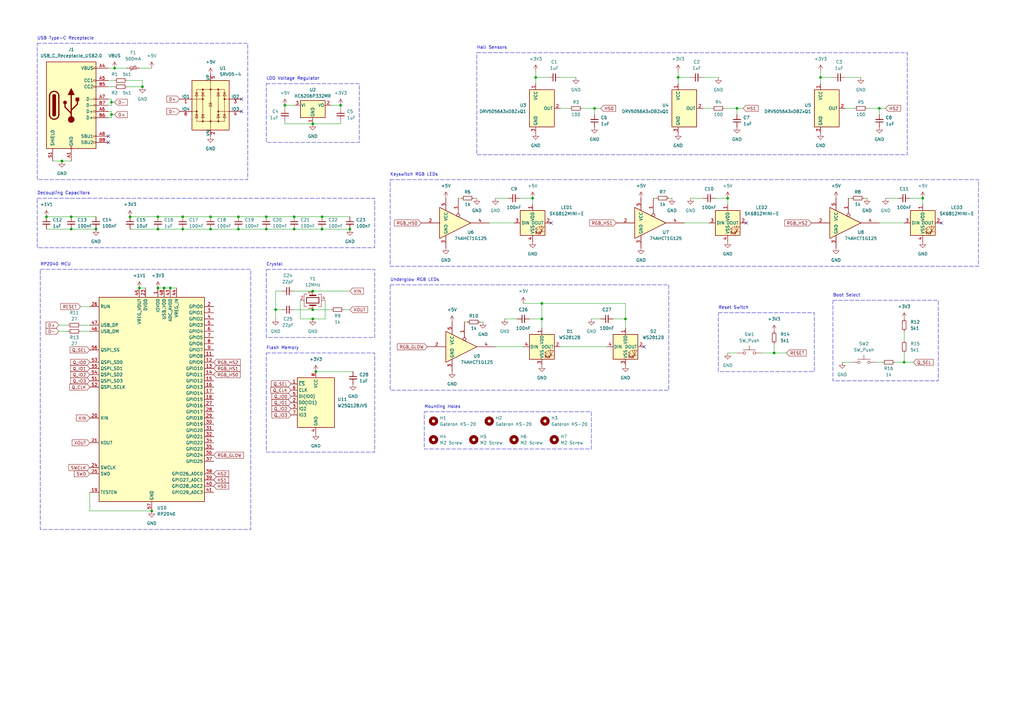
<source format=kicad_sch>
(kicad_sch (version 20230121) (generator eeschema)
  (paper "A3")
  (title_block (title "Haruka (Analog PCB ver.)") (rev "1"))
  (junction (at 129.54 152.4))
  (junction (at 25.4 66.04))
  (junction (at 222.25 130.81))
  (junction (at 120.65 93.98))
  (junction (at 278.13 31.75))
  (junction (at 19.05 88.9))
  (junction (at 57.15 118.11))
  (junction (at 317.5 144.78))
  (junction (at 132.08 88.9))
  (junction (at 53.34 88.9))
  (junction (at 222.25 124.46))
  (junction (at 132.08 93.98))
  (junction (at 128.27 130.81))
  (junction (at 256.54 130.81))
  (junction (at 74.93 88.9))
  (junction (at 113.03 127))
  (junction (at 29.21 93.98))
  (junction (at 69.85 118.11))
  (junction (at 378.46 81.28))
  (junction (at 302.26 44.45))
  (junction (at 128.27 119.38))
  (junction (at 116.84 43.18))
  (junction (at 128.27 50.8))
  (junction (at 46.99 27.94))
  (junction (at 97.79 93.98))
  (junction (at 64.77 93.98))
  (junction (at 336.55 31.75))
  (junction (at 45.72 46.99))
  (junction (at 39.37 93.98))
  (junction (at 29.21 88.9))
  (junction (at 218.44 81.28))
  (junction (at 143.51 93.98))
  (junction (at 109.22 93.98))
  (junction (at 219.71 31.75))
  (junction (at 139.7 43.18))
  (junction (at 109.22 88.9))
  (junction (at 128.27 127))
  (junction (at 120.65 88.9))
  (junction (at 360.68 44.45))
  (junction (at 86.36 88.9))
  (junction (at 64.77 88.9))
  (junction (at 58.42 35.56))
  (junction (at 64.77 118.11))
  (junction (at 45.72 41.91))
  (junction (at 74.93 93.98))
  (junction (at 67.31 118.11))
  (junction (at 370.84 148.59))
  (junction (at 86.36 93.98))
  (junction (at 243.84 44.45))
  (junction (at 97.79 88.9))
  (junction (at 62.23 209.55))
  (junction (at 298.45 81.28))
  (no_connect (at 99.06 40.64))
  (no_connect (at 226.06 91.44))
  (no_connect (at 44.45 58.42))
  (no_connect (at 386.08 91.44))
  (no_connect (at 44.45 55.88))
  (no_connect (at 99.06 45.72))
  (no_connect (at 264.16 142.24))
  (no_connect (at 306.07 91.44))
  (wire (pts (xy 109.22 93.98) (xy 120.65 93.98)))
  (wire (pts (xy 207.01 130.81) (xy 212.09 130.81)))
  (wire (pts (xy 123.19 130.81) (xy 128.27 130.81)))
  (wire (pts (xy 229.87 142.24) (xy 248.92 142.24)))
  (wire (pts (xy 116.84 49.53) (xy 116.84 50.8)))
  (wire (pts (xy 46.99 27.94) (xy 44.45 27.94)))
  (wire (pts (xy 222.25 130.81) (xy 222.25 134.62)))
  (wire (pts (xy 74.93 88.9) (xy 86.36 88.9)))
  (wire (pts (xy 203.2 142.24) (xy 214.63 142.24)))
  (wire (pts (xy 229.87 31.75) (xy 236.22 31.75)))
  (wire (pts (xy 354.33 81.28) (xy 355.6 81.28)))
  (wire (pts (xy 317.5 144.78) (xy 322.58 144.78)))
  (wire (pts (xy 139.7 49.53) (xy 139.7 50.8)))
  (wire (pts (xy 132.08 88.9) (xy 143.51 88.9)))
  (wire (pts (xy 222.25 124.46) (xy 222.25 130.81)))
  (wire (pts (xy 213.36 81.28) (xy 218.44 81.28)))
  (wire (pts (xy 288.29 31.75) (xy 294.64 31.75)))
  (wire (pts (xy 200.66 91.44) (xy 210.82 91.44)))
  (wire (pts (xy 109.22 88.9) (xy 120.65 88.9)))
  (wire (pts (xy 46.99 33.02) (xy 44.45 33.02)))
  (wire (pts (xy 139.7 43.18) (xy 139.7 44.45)))
  (wire (pts (xy 128.27 119.38) (xy 143.51 119.38)))
  (wire (pts (xy 256.54 130.81) (xy 256.54 134.62)))
  (wire (pts (xy 222.25 124.46) (xy 256.54 124.46)))
  (wire (pts (xy 44.45 43.18) (xy 45.72 43.18)))
  (wire (pts (xy 346.71 44.45) (xy 350.52 44.45)))
  (wire (pts (xy 378.46 81.28) (xy 378.46 83.82)))
  (wire (pts (xy 355.6 44.45) (xy 360.68 44.45)))
  (wire (pts (xy 360.68 91.44) (xy 370.84 91.44)))
  (wire (pts (xy 288.29 44.45) (xy 292.1 44.45)))
  (wire (pts (xy 53.34 93.98) (xy 64.77 93.98)))
  (wire (pts (xy 45.72 43.18) (xy 45.72 41.91)))
  (wire (pts (xy 274.32 81.28) (xy 275.59 81.28)))
  (wire (pts (xy 57.15 27.94) (xy 62.23 27.94)))
  (wire (pts (xy 29.21 88.9) (xy 39.37 88.9)))
  (wire (pts (xy 278.13 31.75) (xy 278.13 34.29)))
  (wire (pts (xy 203.2 81.28) (xy 208.28 81.28)))
  (wire (pts (xy 370.84 144.78) (xy 370.84 148.59)))
  (wire (pts (xy 67.31 118.11) (xy 69.85 118.11)))
  (wire (pts (xy 360.68 44.45) (xy 363.22 44.45)))
  (wire (pts (xy 283.21 81.28) (xy 288.29 81.28)))
  (wire (pts (xy 256.54 124.46) (xy 256.54 130.81)))
  (wire (pts (xy 345.44 148.59) (xy 349.25 148.59)))
  (wire (pts (xy 218.44 81.28) (xy 218.44 83.82)))
  (wire (pts (xy 363.22 81.28) (xy 368.3 81.28)))
  (wire (pts (xy 135.89 43.18) (xy 139.7 43.18)))
  (wire (pts (xy 36.83 209.55) (xy 62.23 209.55)))
  (wire (pts (xy 86.36 93.98) (xy 97.79 93.98)))
  (wire (pts (xy 297.18 44.45) (xy 302.26 44.45)))
  (wire (pts (xy 69.85 118.11) (xy 72.39 118.11)))
  (wire (pts (xy 44.45 40.64) (xy 45.72 40.64)))
  (wire (pts (xy 24.13 133.35) (xy 27.94 133.35)))
  (wire (pts (xy 33.02 135.89) (xy 36.83 135.89)))
  (wire (pts (xy 120.65 119.38) (xy 128.27 119.38)))
  (wire (pts (xy 336.55 31.75) (xy 336.55 34.29)))
  (wire (pts (xy 116.84 43.18) (xy 116.84 44.45)))
  (wire (pts (xy 251.46 130.81) (xy 256.54 130.81)))
  (wire (pts (xy 21.59 66.04) (xy 25.4 66.04)))
  (wire (pts (xy 120.65 88.9) (xy 132.08 88.9)))
  (wire (pts (xy 120.65 127) (xy 128.27 127)))
  (wire (pts (xy 229.87 44.45) (xy 233.68 44.45)))
  (wire (pts (xy 33.02 133.35) (xy 36.83 133.35)))
  (wire (pts (xy 86.36 88.9) (xy 97.79 88.9)))
  (wire (pts (xy 243.84 44.45) (xy 246.38 44.45)))
  (wire (pts (xy 214.63 124.46) (xy 222.25 124.46)))
  (wire (pts (xy 97.79 88.9) (xy 109.22 88.9)))
  (wire (pts (xy 133.35 130.81) (xy 128.27 130.81)))
  (wire (pts (xy 242.57 130.81) (xy 246.38 130.81)))
  (wire (pts (xy 45.72 41.91) (xy 46.99 41.91)))
  (wire (pts (xy 367.03 148.59) (xy 370.84 148.59)))
  (wire (pts (xy 219.71 29.21) (xy 219.71 31.75)))
  (wire (pts (xy 120.65 93.98) (xy 132.08 93.98)))
  (wire (pts (xy 57.15 118.11) (xy 59.69 118.11)))
  (wire (pts (xy 44.45 45.72) (xy 45.72 45.72)))
  (wire (pts (xy 52.07 35.56) (xy 58.42 35.56)))
  (wire (pts (xy 29.21 93.98) (xy 39.37 93.98)))
  (wire (pts (xy 317.5 140.97) (xy 317.5 144.78)))
  (wire (pts (xy 269.24 81.28) (xy 267.97 81.28)))
  (wire (pts (xy 191.77 132.08) (xy 190.5 132.08)))
  (wire (pts (xy 349.25 81.28) (xy 347.98 81.28)))
  (wire (pts (xy 278.13 31.75) (xy 283.21 31.75)))
  (wire (pts (xy 194.31 81.28) (xy 195.58 81.28)))
  (wire (pts (xy 113.03 127) (xy 113.03 130.81)))
  (wire (pts (xy 129.54 152.4) (xy 144.78 152.4)))
  (wire (pts (xy 123.19 123.19) (xy 123.19 130.81)))
  (wire (pts (xy 64.77 118.11) (xy 67.31 118.11)))
  (wire (pts (xy 25.4 66.04) (xy 29.21 66.04)))
  (wire (pts (xy 19.05 88.9) (xy 29.21 88.9)))
  (wire (pts (xy 373.38 81.28) (xy 378.46 81.28)))
  (wire (pts (xy 293.37 81.28) (xy 298.45 81.28)))
  (wire (pts (xy 36.83 201.93) (xy 36.83 209.55)))
  (wire (pts (xy 44.45 35.56) (xy 46.99 35.56)))
  (wire (pts (xy 128.27 127) (xy 135.89 127)))
  (wire (pts (xy 24.13 135.89) (xy 27.94 135.89)))
  (wire (pts (xy 113.03 119.38) (xy 113.03 127)))
  (wire (pts (xy 19.05 93.98) (xy 29.21 93.98)))
  (wire (pts (xy 45.72 40.64) (xy 45.72 41.91)))
  (wire (pts (xy 219.71 31.75) (xy 219.71 34.29)))
  (wire (pts (xy 346.71 31.75) (xy 353.06 31.75)))
  (wire (pts (xy 243.84 44.45) (xy 243.84 46.99)))
  (wire (pts (xy 196.85 132.08) (xy 198.12 132.08)))
  (wire (pts (xy 45.72 45.72) (xy 45.72 46.99)))
  (wire (pts (xy 302.26 44.45) (xy 304.8 44.45)))
  (wire (pts (xy 302.26 44.45) (xy 302.26 46.99)))
  (wire (pts (xy 115.57 119.38) (xy 113.03 119.38)))
  (wire (pts (xy 298.45 144.78) (xy 302.26 144.78)))
  (wire (pts (xy 33.02 125.73) (xy 36.83 125.73)))
  (wire (pts (xy 217.17 130.81) (xy 222.25 130.81)))
  (wire (pts (xy 116.84 50.8) (xy 128.27 50.8)))
  (wire (pts (xy 44.45 48.26) (xy 45.72 48.26)))
  (wire (pts (xy 189.23 81.28) (xy 187.96 81.28)))
  (wire (pts (xy 278.13 29.21) (xy 278.13 31.75)))
  (wire (pts (xy 336.55 29.21) (xy 336.55 31.75)))
  (wire (pts (xy 64.77 93.98) (xy 74.93 93.98)))
  (wire (pts (xy 58.42 33.02) (xy 58.42 35.56)))
  (wire (pts (xy 116.84 43.18) (xy 120.65 43.18)))
  (wire (pts (xy 64.77 88.9) (xy 74.93 88.9)))
  (wire (pts (xy 298.45 81.28) (xy 298.45 83.82)))
  (wire (pts (xy 139.7 50.8) (xy 128.27 50.8)))
  (wire (pts (xy 133.35 123.19) (xy 133.35 130.81)))
  (wire (pts (xy 97.79 93.98) (xy 109.22 93.98)))
  (wire (pts (xy 312.42 144.78) (xy 317.5 144.78)))
  (wire (pts (xy 74.93 93.98) (xy 86.36 93.98)))
  (wire (pts (xy 280.67 91.44) (xy 290.83 91.44)))
  (wire (pts (xy 52.07 27.94) (xy 46.99 27.94)))
  (wire (pts (xy 45.72 48.26) (xy 45.72 46.99)))
  (wire (pts (xy 238.76 44.45) (xy 243.84 44.45)))
  (wire (pts (xy 53.34 88.9) (xy 64.77 88.9)))
  (wire (pts (xy 370.84 148.59) (xy 374.65 148.59)))
  (wire (pts (xy 219.71 31.75) (xy 224.79 31.75)))
  (wire (pts (xy 359.41 148.59) (xy 361.95 148.59)))
  (wire (pts (xy 52.07 33.02) (xy 58.42 33.02)))
  (wire (pts (xy 140.97 127) (xy 143.51 127)))
  (wire (pts (xy 336.55 31.75) (xy 341.63 31.75)))
  (wire (pts (xy 370.84 135.89) (xy 370.84 139.7)))
  (wire (pts (xy 360.68 44.45) (xy 360.68 46.99)))
  (wire (pts (xy 45.72 46.99) (xy 46.99 46.99)))
  (wire (pts (xy 113.03 127) (xy 115.57 127)))
  (wire (pts (xy 132.08 93.98) (xy 143.51 93.98)))
  (rectangle (start 109.22 110.49) (end 153.67 138.43) (stroke (width 0) (type dash)))
  (rectangle (start 109.22 34.29) (end 147.32 58.42) (stroke (width 0) (type dash)))
  (rectangle (start 173.99 168.91) (end 242.57 184.15) (stroke (width 0) (type dash)))
  (rectangle (start 15.24 81.28) (end 153.67 101.6) (stroke (width 0) (type dash)))
  (rectangle (start 109.22 144.78) (end 153.67 185.42) (stroke (width 0) (type dash)))
  (rectangle (start 160.02 73.66) (end 401.32 109.22) (stroke (width 0) (type dash)))
  (rectangle (start 195.58 21.59) (end 372.11 63.5) (stroke (width 0) (type dash)))
  (rectangle (start 160.02 116.84) (end 274.32 160.02) (stroke (width 0) (type dash)))
  (rectangle (start 15.24 17.78) (end 101.6 73.66) (stroke (width 0) (type dash)))
  (rectangle (start 294.64 128.27) (end 334.01 152.4) (stroke (width 0) (type dash)))
  (rectangle (start 16.51 110.49) (end 102.87 217.17) (stroke (width 0) (type dash)))
  (rectangle (start 341.63 123.19) (end 384.81 156.21) (stroke (width 0) (type dash)))
  (text "Reset Switch" (at 294.64 127 0) (effects (font (size 1.27 1.27)) (justify left bottom)))
  (text "Keyswitch RGB LEDs" (at 160.02 72.39 0) (effects (font (size 1.27 1.27)) (justify left bottom)))
  (text "USB Type-C Receptacle" (at 15.24 16.51 0) (effects (font (size 1.27 1.27)) (justify left bottom)))
  (text "Mounting Holes" (at 173.99 167.64 0) (effects (font (size 1.27 1.27)) (justify left bottom)))
  (text "Decoupling Capacitors" (at 15.24 80.01 0) (effects (font (size 1.27 1.27)) (justify left bottom)))
  (text "LDO Voltage Regulator" (at 109.22 33.02 0) (effects (font (size 1.27 1.27)) (justify left bottom)))
  (text "Hall Sensors" (at 195.58 20.32 0) (effects (font (size 1.27 1.27)) (justify left bottom)))
  (text "Underglow RGB LEDs" (at 160.02 115.57 0) (effects (font (size 1.27 1.27)) (justify left bottom)))
  (text "RP2040 MCU" (at 16.51 109.22 0) (effects (font (size 1.27 1.27)) (justify left bottom)))
  (text "Flash Memory" (at 109.22 143.51 0) (effects (font (size 1.27 1.27)) (justify left bottom)))
  (text "Boot Select" (at 341.63 121.92 0) (effects (font (size 1.27 1.27)) (justify left bottom)))
  (text "Crystal" (at 109.22 109.22 0) (effects (font (size 1.27 1.27)) (justify left bottom)))
  (global_label "D+" (shape input) (at 73.66 40.64 180) (property "Intersheetrefs" "${INTERSHEET_REFS}" (effects hide)))
  (global_label "RGB_HS0" (shape input) (at 172.72 91.44 180) (property "Intersheetrefs" "${INTERSHEET_REFS}" (effects hide)))
  (global_label "Q_SEL" (shape input) (at 374.65 148.59 0) (property "Intersheetrefs" "${INTERSHEET_REFS}" (effects hide)))
  (global_label "RGB_GLOW" (shape input) (at 87.63 186.69 0) (property "Intersheetrefs" "${INTERSHEET_REFS}" (effects hide)))
  (global_label "RGB_HS1" (shape input) (at 87.63 151.13 0) (property "Intersheetrefs" "${INTERSHEET_REFS}" (effects hide)))
  (global_label "XIN" (shape input) (at 36.83 171.45 180) (property "Intersheetrefs" "${INTERSHEET_REFS}" (effects hide)))
  (global_label "XIN" (shape input) (at 143.51 119.38 0) (property "Intersheetrefs" "${INTERSHEET_REFS}" (effects hide)))
  (global_label "D-" (shape input) (at 46.99 41.91 0) (property "Intersheetrefs" "${INTERSHEET_REFS}" (effects hide)))
  (global_label "HS2" (shape input) (at 363.22 44.45 0) (property "Intersheetrefs" "${INTERSHEET_REFS}" (effects hide)))
  (global_label "RESET" (shape input) (at 322.58 144.78 0) (property "Intersheetrefs" "${INTERSHEET_REFS}" (effects hide)))
  (global_label "D-" (shape input) (at 73.66 45.72 180) (property "Intersheetrefs" "${INTERSHEET_REFS}" (effects hide)))
  (global_label "Q_CLK" (shape input) (at 119.38 160.02 180) (property "Intersheetrefs" "${INTERSHEET_REFS}" (effects hide)))
  (global_label "RGB_GLOW" (shape input) (at 175.26 142.24 180) (property "Intersheetrefs" "${INTERSHEET_REFS}" (effects hide)))
  (global_label "HS2" (shape input) (at 87.63 194.31 0) (property "Intersheetrefs" "${INTERSHEET_REFS}" (effects hide)))
  (global_label "HS1" (shape input) (at 87.63 196.85 0) (property "Intersheetrefs" "${INTERSHEET_REFS}" (effects hide)))
  (global_label "RGB_HS1" (shape input) (at 252.73 91.44 180) (property "Intersheetrefs" "${INTERSHEET_REFS}" (effects hide)))
  (global_label "XOUT" (shape input) (at 143.51 127 0) (property "Intersheetrefs" "${INTERSHEET_REFS}" (effects hide)))
  (global_label "Q_IO0" (shape input) (at 36.83 148.59 180) (property "Intersheetrefs" "${INTERSHEET_REFS}" (effects hide)))
  (global_label "Q_IO3" (shape input) (at 119.38 170.18 180) (property "Intersheetrefs" "${INTERSHEET_REFS}" (effects hide)))
  (global_label "Q_IO0" (shape input) (at 119.38 162.56 180) (property "Intersheetrefs" "${INTERSHEET_REFS}" (effects hide)))
  (global_label "D+" (shape input) (at 24.13 133.35 180) (property "Intersheetrefs" "${INTERSHEET_REFS}" (effects hide)))
  (global_label "RESET" (shape input) (at 33.02 125.73 180) (property "Intersheetrefs" "${INTERSHEET_REFS}" (effects hide)))
  (global_label "RGB_HS2" (shape input) (at 87.63 148.59 0) (property "Intersheetrefs" "${INTERSHEET_REFS}" (effects hide)))
  (global_label "Q_SEL" (shape input) (at 36.83 143.51 180) (property "Intersheetrefs" "${INTERSHEET_REFS}" (effects hide)))
  (global_label "RGB_HS0" (shape input) (at 87.63 153.67 0) (property "Intersheetrefs" "${INTERSHEET_REFS}" (effects hide)))
  (global_label "Q_IO1" (shape input) (at 119.38 165.1 180) (property "Intersheetrefs" "${INTERSHEET_REFS}" (effects hide)))
  (global_label "Q_SEL" (shape input) (at 119.38 157.48 180) (property "Intersheetrefs" "${INTERSHEET_REFS}" (effects hide)))
  (global_label "Q_CLK" (shape input) (at 36.83 158.75 180) (property "Intersheetrefs" "${INTERSHEET_REFS}" (effects hide)))
  (global_label "SWCLK" (shape input) (at 36.83 191.77 180) (property "Intersheetrefs" "${INTERSHEET_REFS}" (effects hide)))
  (global_label "HS0" (shape input) (at 246.38 44.45 0) (property "Intersheetrefs" "${INTERSHEET_REFS}" (effects hide)))
  (global_label "SWD" (shape input) (at 36.83 194.31 180) (property "Intersheetrefs" "${INTERSHEET_REFS}" (effects hide)))
  (global_label "RGB_HS2" (shape input) (at 332.74 91.44 180) (property "Intersheetrefs" "${INTERSHEET_REFS}" (effects hide)))
  (global_label "D-" (shape input) (at 24.13 135.89 180) (property "Intersheetrefs" "${INTERSHEET_REFS}" (effects hide)))
  (global_label "HS0" (shape input) (at 87.63 199.39 0) (property "Intersheetrefs" "${INTERSHEET_REFS}" (effects hide)))
  (global_label "Q_IO2" (shape input) (at 119.38 167.64 180) (property "Intersheetrefs" "${INTERSHEET_REFS}" (effects hide)))
  (global_label "XOUT" (shape input) (at 36.83 181.61 180) (property "Intersheetrefs" "${INTERSHEET_REFS}" (effects hide)))
  (global_label "Q_IO1" (shape input) (at 36.83 151.13 180) (property "Intersheetrefs" "${INTERSHEET_REFS}" (effects hide)))
  (global_label "Q_IO2" (shape input) (at 36.83 153.67 180) (property "Intersheetrefs" "${INTERSHEET_REFS}" (effects hide)))
  (global_label "HS1" (shape input) (at 304.8 44.45 0) (property "Intersheetrefs" "${INTERSHEET_REFS}" (effects hide)))
  (global_label "Q_IO3" (shape input) (at 36.83 156.21 180) (property "Intersheetrefs" "${INTERSHEET_REFS}" (effects hide)))
  (global_label "D+" (shape input) (at 46.99 46.99 0) (property "Intersheetrefs" "${INTERSHEET_REFS}" (effects hide)))
  (symbol (lib_id "power:GND") (at 302.26 52.07 0) (unit 1)
    (property "Reference" "#PWR015" (effects hide))
    (property "Value" "GND" (at 302.26 57.15 0))
  )
  (symbol (lib_id "power:GND") (at 58.42 35.56 0) (unit 1)
    (property "Reference" "#PWR010" (effects hide))
    (property "Value" "GND" (at 58.42 40.64 0))
  )
  (symbol (lib_id "power:GND") (at 298.45 99.06 0) (unit 1)
    (property "Reference" "#PWR039" (effects hide))
    (property "Value" "GND" (at 298.45 104.14 0))
  )
  (symbol (lib_id "Device:C_Small") (at 302.26 49.53 180) (unit 1)
    (property "Reference" "C7" (at 304.8 48.2536 0) (effects (justify right)))
    (property "Value" "1uF" (at 304.8 50.7936 0) (effects (justify right)))
    (property "Footprint" "Capacitor_SMD:C_0402_1005Metric" (effects hide))
  )
  (symbol (lib_id "Device:C_Small") (at 227.33 31.75 90) (unit 1)
    (property "Reference" "C1" (at 227.3363 25.4 90))
    (property "Value" "1uF" (at 227.3363 27.94 90))
    (property "Footprint" "Capacitor_SMD:C_0402_1005Metric" (effects hide))
  )
  (symbol (lib_id "power:GND") (at 62.23 209.55 0) (unit 1)
    (property "Reference" "#PWR063" (effects hide))
    (property "Value" "GND" (at 62.23 214.63 0))
  )
  (symbol (lib_id "Device:C_Small") (at 120.65 91.44 0) (unit 1)
    (property "Reference" "C21" (at 123.19 90.1763 0) (effects (justify left)))
    (property "Value" "100nF" (at 123.19 92.7163 0) (effects (justify left)))
    (property "Footprint" "Capacitor_SMD:C_0402_1005Metric" (effects hide))
  )
  (symbol (lib_id "power:GND") (at 355.6 81.28 0) (unit 1)
    (property "Reference" "#PWR031" (effects hide))
    (property "Value" "GND" (at 355.6 86.36 0))
  )
  (symbol (lib_id "Device:C_Small") (at 210.82 81.28 90) (mirror x) (unit 1)
    (property "Reference" "C9" (at 210.82 77.47 90))
    (property "Value" "100nF" (at 210.82 85.09 90))
    (property "Footprint" "Capacitor_SMD:C_0402_1005Metric" (effects hide))
  )
  (symbol (lib_id "power:GND") (at 25.4 66.04 0) (unit 1)
    (property "Reference" "#PWR021" (effects hide))
    (property "Value" "GND" (at 25.4 71.12 0))
  )
  (symbol (lib_id "Switch:SW_Push") (at 307.34 144.78 0) (unit 1)
    (property "Reference" "SW1" (at 307.34 137.16 0))
    (property "Value" "SW_Push" (at 307.34 139.7 0))
    (property "Footprint" "Button_Switch_SMD:SW_SPST_TL3342" (effects hide))
  )
  (symbol (lib_id "Device:C_Small") (at 243.84 49.53 180) (unit 1)
    (property "Reference" "C6" (at 246.38 48.2536 0) (effects (justify right)))
    (property "Value" "1uF" (at 246.38 50.7936 0) (effects (justify right)))
    (property "Footprint" "Capacitor_SMD:C_0402_1005Metric" (effects hide))
  )
  (symbol (lib_id "Device:C_Small") (at 214.63 130.81 90) (mirror x) (unit 1)
    (property "Reference" "C26" (at 214.63 127 90))
    (property "Value" "100nF" (at 214.63 134.62 90))
    (property "Footprint" "Capacitor_SMD:C_0402_1005Metric" (effects hide))
  )
  (symbol (lib_id "power:GND") (at 113.03 130.81 0) (unit 1)
    (property "Reference" "#PWR047" (effects hide))
    (property "Value" "GND" (at 113.03 135.89 0))
  )
  (symbol (lib_id "Device:C_Small") (at 118.11 127 90) (mirror x) (unit 1)
    (property "Reference" "C25" (at 118.11 130.81 90))
    (property "Value" "22pF" (at 118.1037 133.35 90))
    (property "Footprint" "Capacitor_SMD:C_0402_1005Metric" (effects hide))
  )
  (symbol (lib_id "power:GND") (at 236.22 31.75 0) (unit 1)
    (property "Reference" "#PWR07" (effects hide))
    (property "Value" "GND" (at 236.22 36.83 0))
  )
  (symbol (lib_id "power:+5V") (at 298.45 81.28 0) (unit 1)
    (property "Reference" "#PWR029" (effects hide))
    (property "Value" "+5V" (at 298.45 76.2 0))
  )
  (symbol (lib_id "Regulator_Linear:XC6206PxxxMR") (at 128.27 43.18 0) (unit 1)
    (property "Reference" "U2" (at 128.27 36.83 0))
    (property "Value" "XC6206P332MR" (at 128.27 39.37 0))
    (property "Footprint" "Package_TO_SOT_SMD:SOT-23-3" (effects hide))
    (property "Datasheet" "https://www.torexsemi.com/file/xc6206/XC6206.pdf" (effects hide))
  )
  (symbol (lib_id "power:GND") (at 243.84 52.07 0) (unit 1)
    (property "Reference" "#PWR014" (effects hide))
    (property "Value" "GND" (at 243.84 57.15 0))
  )
  (symbol (lib_id "Mechanical:MountingHole") (at 200.66 172.72 0) (unit 1)
    (property "Reference" "H2" (at 203.2 171.45 0) (effects (justify left)))
    (property "Value" "Gateron KS-20" (at 203.2 173.99 0) (effects (justify left)))
    (property "Footprint" "Custom:MX-1U-NoPins" (effects hide))
  )
  (symbol (lib_id "LED:WS2812B") (at 222.25 142.24 0) (unit 1)
    (property "Reference" "D1" (at 233.68 135.89 0))
    (property "Value" "WS2812B" (at 233.68 138.43 0))
    (property "Footprint" "LED_SMD:LED_WS2812B_PLCC4_5.0x5.0mm_P3.2mm" (effects hide))
    (property "Datasheet" "https://cdn-shop.adafruit.com/datasheets/WS2812B.pdf" (effects hide))
  )
  (symbol (lib_id "Device:R_Small") (at 271.78 81.28 90) (unit 1)
    (property "Reference" "R7" (at 271.78 78.74 90))
    (property "Value" "1k" (at 271.78 83.82 90))
    (property "Footprint" "Resistor_SMD:R_0402_1005Metric" (effects hide))
  )
  (symbol (lib_id "power:+5V") (at 62.23 27.94 0) (unit 1)
    (property "Reference" "#PWR02" (effects hide))
    (property "Value" "+5V" (at 62.23 22.86 0))
  )
  (symbol (lib_id "Harukapad:DRV5056A3xDBZxQ1") (at 222.25 44.45 0) (unit 1)
    (property "Reference" "U3" (at 215.9 43.18 0) (effects (justify right)))
    (property "Value" "DRV5056A3xDBZxQ1" (at 215.9 45.72 0) (effects (justify right)))
    (property "Footprint" "Package_TO_SOT_SMD:SOT-23" (effects hide))
    (property "Datasheet" "https://www.ti.com/lit/ds/symlink/drv5056.pdf" (effects hide))
  )
  (symbol (lib_id "power:GND") (at 128.27 50.8 0) (unit 1)
    (property "Reference" "#PWR013" (effects hide))
    (property "Value" "GND" (at 128.27 55.88 0))
  )
  (symbol (lib_id "Device:R_Small") (at 317.5 138.43 0) (unit 1)
    (property "Reference" "R14" (at 320.04 137.16 0) (effects (justify left)))
    (property "Value" "5k1" (at 320.04 139.7 0) (effects (justify left)))
    (property "Footprint" "Resistor_SMD:R_0402_1005Metric" (effects hide))
  )
  (symbol (lib_id "Device:C_Small") (at 29.21 91.44 0) (unit 1)
    (property "Reference" "C13" (at 31.75 90.1763 0) (effects (justify left)))
    (property "Value" "100nF" (at 31.75 92.7163 0) (effects (justify left)))
    (property "Footprint" "Capacitor_SMD:C_0402_1005Metric" (effects hide))
  )
  (symbol (lib_id "power:GND") (at 342.9 101.6 0) (unit 1)
    (property "Reference" "#PWR043" (effects hide))
    (property "Value" "GND" (at 342.9 106.68 0))
  )
  (symbol (lib_id "power:+5V") (at 214.63 124.46 0) (unit 1)
    (property "Reference" "#PWR046" (effects hide))
    (property "Value" "+5V" (at 214.63 119.38 0))
  )
  (symbol (lib_id "Device:R_Small") (at 364.49 148.59 90) (unit 1)
    (property "Reference" "R16" (at 364.49 151.13 90))
    (property "Value" "1k" (at 364.49 153.67 90))
    (property "Footprint" "Resistor_SMD:R_0402_1005Metric" (effects hide))
  )
  (symbol (lib_id "Mechanical:MountingHole") (at 177.8 172.72 0) (unit 1)
    (property "Reference" "H1" (at 180.34 171.45 0) (effects (justify left)))
    (property "Value" "Gateron KS-20" (at 180.34 173.99 0) (effects (justify left)))
    (property "Footprint" "Custom:MX-1U-NoPins" (effects hide))
  )
  (symbol (lib_id "Device:C_Small") (at 86.36 91.44 0) (unit 1)
    (property "Reference" "C18" (at 88.9 90.1763 0) (effects (justify left)))
    (property "Value" "100nF" (at 88.9 92.7163 0) (effects (justify left)))
    (property "Footprint" "Capacitor_SMD:C_0402_1005Metric" (effects hide))
  )
  (symbol (lib_id "power:GND") (at 336.55 54.61 0) (unit 1)
    (property "Reference" "#PWR019" (effects hide))
    (property "Value" "GND" (at 336.55 59.69 0))
  )
  (symbol (lib_id "Device:Crystal_GND24") (at 128.27 123.19 90) (unit 1)
    (property "Reference" "Y1" (at 128.27 114.3 90))
    (property "Value" "12MHz" (at 128.27 116.84 90))
    (property "Footprint" "Crystal:Crystal_SMD_3225-4Pin_3.2x2.5mm" (effects hide))
  )
  (symbol (lib_id "power:+5V") (at 86.36 30.48 0) (unit 1)
    (property "Reference" "#PWR06" (effects hide))
    (property "Value" "+5V" (at 86.36 25.4 0))
  )
  (symbol (lib_id "power:+3V3") (at 139.7 43.18 0) (unit 1)
    (property "Reference" "#PWR012" (effects hide))
    (property "Value" "+3V3" (at 139.7 38.1 0))
  )
  (symbol (lib_id "power:GND") (at 363.22 81.28 0) (unit 1)
    (property "Reference" "#PWR032" (effects hide))
    (property "Value" "GND" (at 363.22 86.36 0))
  )
  (symbol (lib_id "Device:C_Small") (at 116.84 46.99 0) (mirror y) (unit 1)
    (property "Reference" "C4" (at 114.3 45.7263 0) (effects (justify left)))
    (property "Value" "1uF" (at 114.3 48.2663 0) (effects (justify left)))
    (property "Footprint" "Capacitor_SMD:C_0402_1005Metric" (effects hide))
  )
  (symbol (lib_id "Device:C_Small") (at 285.75 31.75 90) (unit 1)
    (property "Reference" "C2" (at 285.7563 25.4 90))
    (property "Value" "1uF" (at 285.7563 27.94 90))
    (property "Footprint" "Capacitor_SMD:C_0402_1005Metric" (effects hide))
  )
  (symbol (lib_id "power:GND") (at 207.01 130.81 0) (unit 1)
    (property "Reference" "#PWR049" (effects hide))
    (property "Value" "GND" (at 207.01 135.89 0))
  )
  (symbol (lib_id "Device:R_Small") (at 370.84 133.35 0) (unit 1)
    (property "Reference" "R12" (at 373.38 132.08 0) (effects (justify left)))
    (property "Value" "5k1" (at 373.38 134.62 0) (effects (justify left)))
    (property "Footprint" "Resistor_SMD:R_0402_1005Metric" (effects hide))
  )
  (symbol (lib_id "Mechanical:MountingHole") (at 194.31 180.34 0) (unit 1)
    (property "Reference" "H5" (at 196.85 179.07 0) (effects (justify left)))
    (property "Value" "M2 Screw" (at 196.85 181.61 0) (effects (justify left)))
    (property "Footprint" "MountingHole:MountingHole_2.2mm_M2" (effects hide))
  )
  (symbol (lib_id "power:GND") (at 198.12 132.08 0) (unit 1)
    (property "Reference" "#PWR053" (effects hide))
    (property "Value" "GND" (at 198.12 137.16 0))
  )
  (symbol (lib_id "PCM_marbastlib-various:SRV05-4") (at 86.36 43.18 0) (unit 1)
    (property "Reference" "U1" (at 89.9861 27.94 0) (effects (justify left)))
    (property "Value" "SRV05-4" (at 89.9861 30.48 0) (effects (justify left)))
    (property "Footprint" "PCM_marbastlib-various:SOT-23-6-routable" (effects hide))
    (property "Datasheet" "http://www.onsemi.com/pub/Collateral/SRV05-4-D.PDF" (effects hide))
  )
  (symbol (lib_id "Device:Polyfuse_Small") (at 54.61 27.94 270) (unit 1)
    (property "Reference" "F1" (at 54.61 21.59 90))
    (property "Value" "500mA" (at 54.61 24.13 90))
    (property "Footprint" "Fuse:Fuse_0805_2012Metric" (effects hide))
  )
  (symbol (lib_id "Device:R_Small") (at 236.22 44.45 90) (unit 1)
    (property "Reference" "R3" (at 236.22 41.91 90))
    (property "Value" "100" (at 236.22 46.99 90))
    (property "Footprint" "Resistor_SMD:R_0402_1005Metric" (effects hide))
  )
  (symbol (lib_id "Device:C_Small") (at 360.68 49.53 180) (unit 1)
    (property "Reference" "C8" (at 363.22 48.2536 0) (effects (justify right)))
    (property "Value" "1uF" (at 363.22 50.7936 0) (effects (justify right)))
    (property "Footprint" "Capacitor_SMD:C_0402_1005Metric" (effects hide))
  )
  (symbol (lib_id "Device:R_Small") (at 30.48 133.35 90) (unit 1)
    (property "Reference" "R11" (at 30.48 128.27 90))
    (property "Value" "27" (at 30.48 130.81 90))
    (property "Footprint" "Resistor_SMD:R_0402_1005Metric" (effects hide))
  )
  (symbol (lib_id "power:GND") (at 278.13 54.61 0) (unit 1)
    (property "Reference" "#PWR018" (effects hide))
    (property "Value" "GND" (at 278.13 59.69 0))
  )
  (symbol (lib_id "power:GND") (at 283.21 81.28 0) (unit 1)
    (property "Reference" "#PWR028" (effects hide))
    (property "Value" "GND" (at 283.21 86.36 0))
  )
  (symbol (lib_id "power:GND") (at 39.37 93.98 0) (unit 1)
    (property "Reference" "#PWR036" (effects hide))
    (property "Value" "GND" (at 39.37 99.06 0))
  )
  (symbol (lib_id "power:GND") (at 275.59 81.28 0) (unit 1)
    (property "Reference" "#PWR027" (effects hide))
    (property "Value" "GND" (at 275.59 86.36 0))
  )
  (symbol (lib_id "Device:R_Small") (at 194.31 132.08 90) (unit 1)
    (property "Reference" "R10" (at 194.31 129.54 90))
    (property "Value" "1k" (at 194.31 134.62 90))
    (property "Footprint" "Resistor_SMD:R_0402_1005Metric" (effects hide))
  )
  (symbol (lib_id "Harukapad:DRV5056A3xDBZxQ1") (at 339.09 44.45 0) (unit 1)
    (property "Reference" "U5" (at 332.74 43.18 0) (effects (justify right)))
    (property "Value" "DRV5056A3xDBZxQ1" (at 332.74 45.72 0) (effects (justify right)))
    (property "Footprint" "Package_TO_SOT_SMD:SOT-23" (effects hide))
    (property "Datasheet" "https://www.ti.com/lit/ds/symlink/drv5056.pdf" (effects hide))
  )
  (symbol (lib_id "power:+5V") (at 262.89 81.28 0) (unit 1)
    (property "Reference" "#PWR026" (effects hide))
    (property "Value" "+5V" (at 262.89 76.2 0))
  )
  (symbol (lib_id "power:+5V") (at 116.84 43.18 0) (unit 1)
    (property "Reference" "#PWR011" (effects hide))
    (property "Value" "+5V" (at 116.84 38.1 0))
  )
  (symbol (lib_id "Device:C_Small") (at 97.79 91.44 0) (unit 1)
    (property "Reference" "C19" (at 100.33 90.1763 0) (effects (justify left)))
    (property "Value" "100nF" (at 100.33 92.7163 0) (effects (justify left)))
    (property "Footprint" "Capacitor_SMD:C_0402_1005Metric" (effects hide))
  )
  (symbol (lib_id "PCM_marbastlib-various:SK6812MINI-E") (at 218.44 91.44 0) (unit 1)
    (property "Reference" "LED1" (at 232.41 85.09 0))
    (property "Value" "SK6812MINI-E" (at 232.41 87.63 0))
    (property "Footprint" "PCM_marbastlib-mx:LED_MX_6028R" (effects hide))
  )
  (symbol (lib_id "Device:C_Small") (at 248.92 130.81 90) (unit 1)
    (property "Reference" "C27" (at 248.92 127 90))
    (property "Value" "100nF" (at 248.92 134.62 90))
    (property "Footprint" "Capacitor_SMD:C_0402_1005Metric" (effects hide))
  )
  (symbol (lib_id "Mechanical:MountingHole") (at 210.82 180.34 0) (unit 1)
    (property "Reference" "H6" (at 213.36 179.07 0) (effects (justify left)))
    (property "Value" "M2 Screw" (at 213.36 181.61 0) (effects (justify left)))
    (property "Footprint" "MountingHole:MountingHole_2.2mm_M2" (effects hide))
  )
  (symbol (lib_id "Device:C_Small") (at 74.93 91.44 0) (unit 1)
    (property "Reference" "C17" (at 77.47 90.1763 0) (effects (justify left)))
    (property "Value" "100nF" (at 77.47 92.7163 0) (effects (justify left)))
    (property "Footprint" "Capacitor_SMD:C_0402_1005Metric" (effects hide))
  )
  (symbol (lib_id "power:+1V1") (at 57.15 118.11 0) (unit 1)
    (property "Reference" "#PWR044" (effects hide))
    (property "Value" "+1V1" (at 57.15 113.03 0))
  )
  (symbol (lib_id "power:GND") (at 360.68 52.07 0) (unit 1)
    (property "Reference" "#PWR016" (effects hide))
    (property "Value" "GND" (at 360.68 57.15 0))
  )
  (symbol (lib_id "power:VBUS") (at 46.99 27.94 0) (unit 1)
    (property "Reference" "#PWR01" (effects hide))
    (property "Value" "VBUS" (at 46.99 22.86 0))
  )
  (symbol (lib_id "Device:C_Small") (at 109.22 91.44 0) (unit 1)
    (property "Reference" "C20" (at 111.76 90.1763 0) (effects (justify left)))
    (property "Value" "100nF" (at 111.76 92.7163 0) (effects (justify left)))
    (property "Footprint" "Capacitor_SMD:C_0402_1005Metric" (effects hide))
  )
  (symbol (lib_id "power:+5V") (at 342.9 81.28 0) (unit 1)
    (property "Reference" "#PWR030" (effects hide))
    (property "Value" "+5V" (at 342.9 76.2 0))
  )
  (symbol (lib_id "power:+3V3") (at 317.5 135.89 0) (unit 1)
    (property "Reference" "#PWR054" (effects hide))
    (property "Value" "+3V3" (at 317.5 130.81 0))
  )
  (symbol (lib_id "power:GND") (at 129.54 177.8 0) (unit 1)
    (property "Reference" "#PWR062" (effects hide))
    (property "Value" "GND" (at 129.54 182.88 0))
  )
  (symbol (lib_id "Device:R_Small") (at 30.48 135.89 90) (mirror x) (unit 1)
    (property "Reference" "R13" (at 30.48 138.43 90))
    (property "Value" "27" (at 30.48 140.97 90))
    (property "Footprint" "Resistor_SMD:R_0402_1005Metric" (effects hide))
  )
  (symbol (lib_id "Device:C_Small") (at 19.05 91.44 0) (unit 1)
    (property "Reference" "C12" (at 21.59 90.1763 0) (effects (justify left)))
    (property "Value" "1uF" (at 21.59 92.7163 0) (effects (justify left)))
    (property "Footprint" "Capacitor_SMD:C_0402_1005Metric" (effects hide))
  )
  (symbol (lib_id "power:GND") (at 86.36 55.88 0) (unit 1)
    (property "Reference" "#PWR020" (effects hide))
    (property "Value" "GND" (at 86.36 60.96 0))
  )
  (symbol (lib_id "power:+3V3") (at 129.54 152.4 0) (unit 1)
    (property "Reference" "#PWR059" (effects hide))
    (property "Value" "+3V3" (at 129.54 147.32 0))
  )
  (symbol (lib_id "power:+3V3") (at 336.55 29.21 0) (unit 1)
    (property "Reference" "#PWR05" (effects hide))
    (property "Value" "+3V3" (at 336.55 24.13 0))
  )
  (symbol (lib_id "PCM_marbastlib-various:SK6812MINI-E") (at 378.46 91.44 0) (unit 1)
    (property "Reference" "LED3" (at 392.43 85.09 0))
    (property "Value" "SK6812MINI-E" (at 392.43 87.63 0))
    (property "Footprint" "PCM_marbastlib-mx:LED_MX_6028R" (effects hide))
  )
  (symbol (lib_id "Device:C_Small") (at 144.78 154.94 0) (unit 1)
    (property "Reference" "C28" (at 147.32 153.6763 0) (effects (justify left)))
    (property "Value" "1uF" (at 147.32 156.2163 0) (effects (justify left)))
    (property "Footprint" "Capacitor_SMD:C_0402_1005Metric" (effects hide))
  )
  (symbol (lib_id "74xGxx:74AHCT1G125") (at 347.98 91.44 0) (unit 1)
    (property "Reference" "U8" (at 353.06 95.25 0))
    (property "Value" "74AHCT1G125" (at 353.06 97.79 0))
    (property "Footprint" "Package_TO_SOT_SMD:SOT-353_SC-70-5" (effects hide))
    (property "Datasheet" "http://www.ti.com/lit/sg/scyt129e/scyt129e.pdf" (effects hide))
  )
  (symbol (lib_id "Harukapad:DRV5056A3xDBZxQ1") (at 280.67 44.45 0) (unit 1)
    (property "Reference" "U4" (at 274.32 43.18 0) (effects (justify right)))
    (property "Value" "DRV5056A3xDBZxQ1" (at 274.32 45.72 0) (effects (justify right)))
    (property "Footprint" "Package_TO_SOT_SMD:SOT-23" (effects hide))
    (property "Datasheet" "https://www.ti.com/lit/ds/symlink/drv5056.pdf" (effects hide))
  )
  (symbol (lib_id "power:+3V3") (at 64.77 118.11 0) (unit 1)
    (property "Reference" "#PWR045" (effects hide))
    (property "Value" "+3V3" (at 64.77 113.03 0))
  )
  (symbol (lib_id "power:+5V") (at 185.42 132.08 0) (unit 1)
    (property "Reference" "#PWR052" (effects hide))
    (property "Value" "+5V" (at 185.42 127 0))
  )
  (symbol (lib_id "power:GND") (at 298.45 144.78 0) (unit 1)
    (property "Reference" "#PWR055" (effects hide))
    (property "Value" "GND" (at 298.45 149.86 0))
  )
  (symbol (lib_id "Device:C_Small") (at 139.7 46.99 0) (unit 1)
    (property "Reference" "C5" (at 142.24 45.7263 0) (effects (justify left)))
    (property "Value" "1uF" (at 142.24 48.2663 0) (effects (justify left)))
    (property "Footprint" "Capacitor_SMD:C_0402_1005Metric" (effects hide))
  )
  (symbol (lib_id "74xGxx:74AHCT1G125") (at 187.96 91.44 0) (unit 1)
    (property "Reference" "U6" (at 193.04 95.25 0))
    (property "Value" "74AHCT1G125" (at 193.04 97.79 0))
    (property "Footprint" "Package_TO_SOT_SMD:SOT-353_SC-70-5" (effects hide))
    (property "Datasheet" "http://www.ti.com/lit/sg/scyt129e/scyt129e.pdf" (effects hide))
  )
  (symbol (lib_id "power:GND") (at 242.57 130.81 0) (unit 1)
    (property "Reference" "#PWR050" (effects hide))
    (property "Value" "GND" (at 242.57 135.89 0))
  )
  (symbol (lib_id "Device:C_Small") (at 39.37 91.44 0) (unit 1)
    (property "Reference" "C14" (at 41.91 90.1763 0) (effects (justify left)))
    (property "Value" "100nF" (at 41.91 92.7163 0) (effects (justify left)))
    (property "Footprint" "Capacitor_SMD:C_0402_1005Metric" (effects hide))
  )
  (symbol (lib_id "Device:R_Small") (at 49.53 35.56 90) (mirror x) (unit 1)
    (property "Reference" "R2" (at 46.99 38.1 90))
    (property "Value" "5k1" (at 52.07 38.1 90))
    (property "Footprint" "Resistor_SMD:R_0402_1005Metric" (effects hide))
  )
  (symbol (lib_id "power:+3V3") (at 370.84 130.81 0) (unit 1)
    (property "Reference" "#PWR051" (effects hide))
    (property "Value" "+3V3" (at 370.84 125.73 0))
  )
  (symbol (lib_id "power:GND") (at 262.89 101.6 0) (unit 1)
    (property "Reference" "#PWR042" (effects hide))
    (property "Value" "GND" (at 262.89 106.68 0))
  )
  (symbol (lib_id "Device:C_Small") (at 370.84 81.28 90) (mirror x) (unit 1)
    (property "Reference" "C11" (at 370.84 77.47 90))
    (property "Value" "100nF" (at 370.84 85.09 90))
    (property "Footprint" "Capacitor_SMD:C_0402_1005Metric" (effects hide))
  )
  (symbol (lib_id "power:GND") (at 345.44 148.59 0) (unit 1)
    (property "Reference" "#PWR056" (effects hide))
    (property "Value" "GND" (at 345.44 153.67 0))
  )
  (symbol (lib_id "Device:C_Small") (at 290.83 81.28 90) (mirror x) (unit 1)
    (property "Reference" "C10" (at 290.83 77.47 90))
    (property "Value" "100nF" (at 290.83 85.09 90))
    (property "Footprint" "Capacitor_SMD:C_0402_1005Metric" (effects hide))
  )
  (symbol (lib_id "power:GND") (at 143.51 93.98 0) (unit 1)
    (property "Reference" "#PWR037" (effects hide))
    (property "Value" "GND" (at 143.51 99.06 0))
  )
  (symbol (lib_id "Device:C_Small") (at 118.11 119.38 90) (unit 1)
    (property "Reference" "C24" (at 118.1163 113.03 90))
    (property "Value" "22pF" (at 118.1163 115.57 90))
    (property "Footprint" "Capacitor_SMD:C_0402_1005Metric" (effects hide))
  )
  (symbol (lib_id "Device:R_Small") (at 49.53 33.02 90) (unit 1)
    (property "Reference" "R1" (at 46.99 30.48 90))
    (property "Value" "5k1" (at 52.07 30.48 90))
    (property "Footprint" "Resistor_SMD:R_0402_1005Metric" (effects hide))
  )
  (symbol (lib_id "power:+3V3") (at 278.13 29.21 0) (unit 1)
    (property "Reference" "#PWR04" (effects hide))
    (property "Value" "+3V3" (at 278.13 24.13 0))
  )
  (symbol (lib_id "Device:R_Small") (at 370.84 142.24 0) (unit 1)
    (property "Reference" "R15" (at 373.38 140.97 0) (effects (justify left)))
    (property "Value" "5k1" (at 373.38 143.51 0) (effects (justify left)))
    (property "Footprint" "Resistor_SMD:R_0402_1005Metric" (effects hide))
  )
  (symbol (lib_id "Device:R_Small") (at 191.77 81.28 90) (unit 1)
    (property "Reference" "R6" (at 191.77 78.74 90))
    (property "Value" "1k" (at 191.77 83.82 90))
    (property "Footprint" "Resistor_SMD:R_0402_1005Metric" (effects hide))
  )
  (symbol (lib_id "Device:R_Small") (at 138.43 127 90) (unit 1)
    (property "Reference" "R9" (at 138.43 129.54 90))
    (property "Value" "1k" (at 138.43 132.08 90))
    (property "Footprint" "Resistor_SMD:R_0402_1005Metric" (effects hide))
  )
  (symbol (lib_id "power:GND") (at 256.54 149.86 0) (unit 1)
    (property "Reference" "#PWR058" (effects hide))
    (property "Value" "GND" (at 256.54 154.94 0))
  )
  (symbol (lib_id "Device:R_Small") (at 351.79 81.28 90) (unit 1)
    (property "Reference" "R8" (at 351.79 78.74 90))
    (property "Value" "1k" (at 351.79 83.82 90))
    (property "Footprint" "Resistor_SMD:R_0402_1005Metric" (effects hide))
  )
  (symbol (lib_id "power:GND") (at 182.88 101.6 0) (unit 1)
    (property "Reference" "#PWR041" (effects hide))
    (property "Value" "GND" (at 182.88 106.68 0))
  )
  (symbol (lib_id "power:+5V") (at 182.88 81.28 0) (unit 1)
    (property "Reference" "#PWR022" (effects hide))
    (property "Value" "+5V" (at 182.88 76.2 0))
  )
  (symbol (lib_id "power:+3V3") (at 219.71 29.21 0) (unit 1)
    (property "Reference" "#PWR03" (effects hide))
    (property "Value" "+3V3" (at 219.71 24.13 0))
  )
  (symbol (lib_id "Device:C_Small") (at 143.51 91.44 0) (unit 1)
    (property "Reference" "C23" (at 146.05 90.1763 0) (effects (justify left)))
    (property "Value" "100nF" (at 146.05 92.7163 0) (effects (justify left)))
    (property "Footprint" "Capacitor_SMD:C_0402_1005Metric" (effects hide))
  )
  (symbol (lib_id "power:GND") (at 353.06 31.75 0) (unit 1)
    (property "Reference" "#PWR09" (effects hide))
    (property "Value" "GND" (at 353.06 36.83 0))
  )
  (symbol (lib_id "power:GND") (at 222.25 149.86 0) (unit 1)
    (property "Reference" "#PWR057" (effects hide))
    (property "Value" "GND" (at 222.25 154.94 0))
  )
  (symbol (lib_id "power:GND") (at 218.44 99.06 0) (unit 1)
    (property "Reference" "#PWR038" (effects hide))
    (property "Value" "GND" (at 218.44 104.14 0))
  )
  (symbol (lib_id "Device:C_Small") (at 344.17 31.75 90) (unit 1)
    (property "Reference" "C3" (at 344.1763 25.4 90))
    (property "Value" "1uF" (at 344.1763 27.94 90))
    (property "Footprint" "Capacitor_SMD:C_0402_1005Metric" (effects hide))
  )
  (symbol (lib_id "power:GND") (at 128.27 130.81 0) (unit 1)
    (property "Reference" "#PWR048" (effects hide))
    (property "Value" "GND" (at 128.27 135.89 0))
  )
  (symbol (lib_id "power:GND") (at 378.46 99.06 0) (unit 1)
    (property "Reference" "#PWR040" (effects hide))
    (property "Value" "GND" (at 378.46 104.14 0))
  )
  (symbol (lib_id "Memory_Flash:W25Q128JVS") (at 129.54 165.1 0) (unit 1)
    (property "Reference" "U11" (at 138.43 163.83 0) (effects (justify left)))
    (property "Value" "W25Q128JVS" (at 138.43 166.37 0) (effects (justify left)))
    (property "Footprint" "Package_SO:SOIC-8_5.23x5.23mm_P1.27mm" (effects hide))
    (property "Datasheet" "http://www.winbond.com/resource-files/w25q128jv_dtr%20revc%2003272018%20plus.pdf" (effects hide))
  )
  (symbol (lib_id "Device:R_Small") (at 353.06 44.45 90) (unit 1)
    (property "Reference" "R5" (at 353.06 41.91 90))
    (property "Value" "100" (at 353.06 46.99 90))
    (property "Footprint" "Resistor_SMD:R_0402_1005Metric" (effects hide))
  )
  (symbol (lib_id "74xGxx:74AHCT1G125") (at 267.97 91.44 0) (unit 1)
    (property "Reference" "U7" (at 273.05 95.25 0))
    (property "Value" "74AHCT1G125" (at 273.05 97.79 0))
    (property "Footprint" "Package_TO_SOT_SMD:SOT-353_SC-70-5" (effects hide))
    (property "Datasheet" "http://www.ti.com/lit/sg/scyt129e/scyt129e.pdf" (effects hide))
  )
  (symbol (lib_id "Device:C_Small") (at 64.77 91.44 0) (unit 1)
    (property "Reference" "C16" (at 67.31 90.1763 0) (effects (justify left)))
    (property "Value" "1uF" (at 67.31 92.7163 0) (effects (justify left)))
    (property "Footprint" "Capacitor_SMD:C_0402_1005Metric" (effects hide))
  )
  (symbol (lib_id "power:+1V1") (at 19.05 88.9 0) (unit 1)
    (property "Reference" "#PWR034" (effects hide))
    (property "Value" "+1V1" (at 19.05 83.82 0))
  )
  (symbol (lib_id "LED:WS2812B") (at 256.54 142.24 0) (unit 1)
    (property "Reference" "D2" (at 267.97 135.89 0))
    (property "Value" "WS2812B" (at 267.97 138.43 0))
    (property "Footprint" "LED_SMD:LED_WS2812B_PLCC4_5.0x5.0mm_P3.2mm" (effects hide))
    (property "Datasheet" "https://cdn-shop.adafruit.com/datasheets/WS2812B.pdf" (effects hide))
  )
  (symbol (lib_id "power:GND") (at 203.2 81.28 0) (unit 1)
    (property "Reference" "#PWR024" (effects hide))
    (property "Value" "GND" (at 203.2 86.36 0))
  )
  (symbol (lib_id "MCU_RaspberryPi:RP2040") (at 62.23 163.83 0) (unit 1)
    (property "Reference" "U10" (at 64.4241 208.28 0) (effects (justify left)))
    (property "Value" "RP2040" (at 64.4241 210.82 0) (effects (justify left)))
    (property "Footprint" "Package_DFN_QFN:QFN-56-1EP_7x7mm_P0.4mm_EP3.2x3.2mm" (effects hide))
    (property "Datasheet" "https://datasheets.raspberrypi.com/rp2040/rp2040-datasheet.pdf" (effects hide))
  )
  (symbol (lib_id "power:GND") (at 294.64 31.75 0) (unit 1)
    (property "Reference" "#PWR08" (effects hide))
    (property "Value" "GND" (at 294.64 36.83 0))
  )
  (symbol (lib_id "PCM_marbastlib-various:SK6812MINI-E") (at 298.45 91.44 0) (unit 1)
    (property "Reference" "LED2" (at 312.42 85.09 0))
    (property "Value" "SK6812MINI-E" (at 312.42 87.63 0))
    (property "Footprint" "PCM_marbastlib-mx:LED_MX_6028R" (effects hide))
  )
  (symbol (lib_id "power:+3V3") (at 53.34 88.9 0) (unit 1)
    (property "Reference" "#PWR035" (effects hide))
    (property "Value" "+3V3" (at 53.34 83.82 0))
  )
  (symbol (lib_id "power:GND") (at 195.58 81.28 0) (unit 1)
    (property "Reference" "#PWR023" (effects hide))
    (property "Value" "GND" (at 195.58 86.36 0))
  )
  (symbol (lib_id "Device:C_Small") (at 132.08 91.44 0) (unit 1)
    (property "Reference" "C22" (at 134.62 90.1763 0) (effects (justify left)))
    (property "Value" "100nF" (at 134.62 92.7163 0) (effects (justify left)))
    (property "Footprint" "Capacitor_SMD:C_0402_1005Metric" (effects hide))
  )
  (symbol (lib_id "power:+5V") (at 378.46 81.28 0) (unit 1)
    (property "Reference" "#PWR033" (effects hide))
    (property "Value" "+5V" (at 378.46 76.2 0))
  )
  (symbol (lib_id "Device:C_Small") (at 53.34 91.44 0) (unit 1)
    (property "Reference" "C15" (at 55.88 90.1763 0) (effects (justify left)))
    (property "Value" "10uF" (at 55.88 92.7163 0) (effects (justify left)))
    (property "Footprint" "Capacitor_SMD:C_0603_1608Metric" (effects hide))
  )
  (symbol (lib_id "Connector:USB_C_Receptacle_USB2.0") (at 29.21 43.18 0) (unit 1)
    (property "Reference" "J1" (at 29.21 20.32 0))
    (property "Value" "USB_C_Receptacle_USB2.0" (at 29.21 22.86 0))
    (property "Footprint" "Connector_USB:USB_C_Receptacle_HRO_TYPE-C-31-M-12" (effects hide))
    (property "Datasheet" "https://www.usb.org/sites/default/files/documents/usb_type-c.zip" (effects hide))
  )
  (symbol (lib_id "Mechanical:MountingHole") (at 223.52 172.72 0) (unit 1)
    (property "Reference" "H3" (at 226.06 171.45 0) (effects (justify left)))
    (property "Value" "Gateron KS-20" (at 226.06 173.99 0) (effects (justify left)))
    (property "Footprint" "Custom:MX-1U-NoPins" (effects hide))
  )
  (symbol (lib_id "Device:R_Small") (at 294.64 44.45 90) (unit 1)
    (property "Reference" "R4" (at 294.64 41.91 90))
    (property "Value" "100" (at 294.64 46.99 90))
    (property "Footprint" "Resistor_SMD:R_0402_1005Metric" (effects hide))
  )
  (symbol (lib_id "power:GND") (at 219.71 54.61 0) (unit 1)
    (property "Reference" "#PWR017" (effects hide))
    (property "Value" "GND" (at 219.71 59.69 0))
  )
  (symbol (lib_id "power:+5V") (at 218.44 81.28 0) (unit 1)
    (property "Reference" "#PWR025" (effects hide))
    (property "Value" "+5V" (at 218.44 76.2 0))
  )
  (symbol (lib_id "power:GND") (at 144.78 157.48 0) (unit 1)
    (property "Reference" "#PWR061" (effects hide))
    (property "Value" "GND" (at 144.78 162.56 0))
  )
  (symbol (lib_id "Mechanical:MountingHole") (at 177.8 180.34 0) (unit 1)
    (property "Reference" "H4" (at 180.34 179.07 0) (effects (justify left)))
    (property "Value" "M2 Screw" (at 180.34 181.61 0) (effects (justify left)))
    (property "Footprint" "MountingHole:MountingHole_2.2mm_M2" (effects hide))
  )
  (symbol (lib_id "Mechanical:MountingHole") (at 227.33 180.34 0) (unit 1)
    (property "Reference" "H7" (at 229.87 179.07 0) (effects (justify left)))
    (property "Value" "M2 Screw" (at 229.87 181.61 0) (effects (justify left)))
    (property "Footprint" "MountingHole:MountingHole_2.2mm_M2" (effects hide))
  )
  (symbol (lib_id "74xGxx:74AHCT1G125") (at 190.5 142.24 0) (unit 1)
    (property "Reference" "U9" (at 195.58 146.05 0))
    (property "Value" "74AHCT1G125" (at 195.58 148.59 0))
    (property "Footprint" "Package_TO_SOT_SMD:SOT-353_SC-70-5" (effects hide))
    (property "Datasheet" "http://www.ti.com/lit/sg/scyt129e/scyt129e.pdf" (effects hide))
  )
  (symbol (lib_id "power:GND") (at 185.42 152.4 0) (unit 1)
    (property "Reference" "#PWR060" (effects hide))
    (property "Value" "GND" (at 185.42 157.48 0))
  )
  (symbol (lib_id "Switch:SW_Push") (at 354.33 148.59 0) (unit 1)
    (property "Reference" "SW2" (at 354.33 140.97 0))
    (property "Value" "SW_Push" (at 354.33 143.51 0))
    (property "Footprint" "Button_Switch_SMD:SW_SPST_TL3342" (effects hide))
  )
)
</source>
